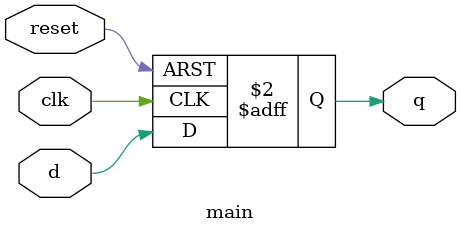
<source format=v>
`timescale 1ns / 1ps


module main(input clk,input reset,input d,output q);

reg q;
always@(posedge clk,posedge reset) begin
 if (reset) begin
  q<=0;
 end
 else begin
  q<=d;
 end


end


endmodule

</source>
